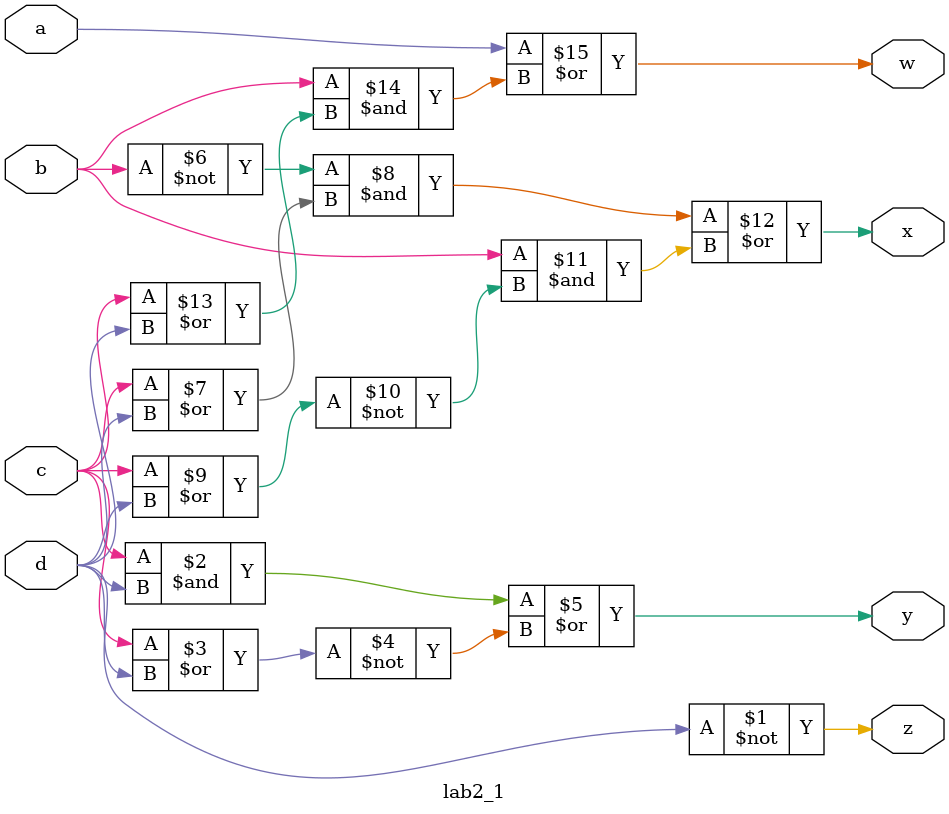
<source format=v>
`timescale 1ns / 1ps


module lab2_1(
    input a,
    input b,
    input c,
    input d,
    output w,
    output x,
    output y,
    output z
    );
    
assign z = ~d;
assign y = (c&d)|(~(c|d));
assign x = ((~b&(c|d))|(b&(~(c|d))));
assign w = (a | (b&(c|d)));
    
endmodule

</source>
